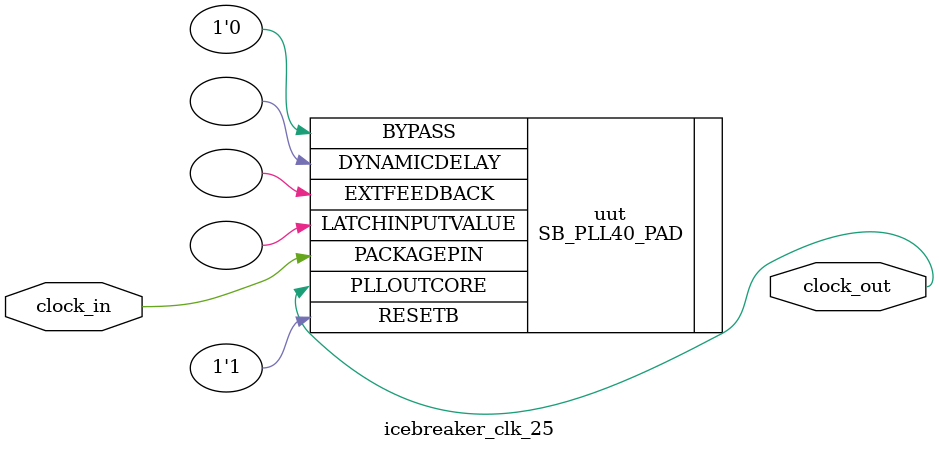
<source format=v>
module icebreaker_clk_25(     
  input  clock_in,
  output clock_out
);

  SB_PLL40_PAD #(.FEEDBACK_PATH("SIMPLE"),
                  .PLLOUT_SELECT("GENCLK"),
                  .DIVR(4'b0000),
                  .DIVF(7'b1000010),
                  .DIVQ(3'b101),
                  .FILTER_RANGE(3'b001),
                  .DELAY_ADJUSTMENT_MODE_FEEDBACK("FIXED"),
                  .FDA_FEEDBACK(4'b0000),
                  .DELAY_ADJUSTMENT_MODE_RELATIVE("FIXED"),
                  .FDA_RELATIVE(4'b0000),
                  .SHIFTREG_DIV_MODE(2'b00),
                  .ENABLE_ICEGATE(1'b0)
                 ) uut (
                         .PACKAGEPIN(clock_in),
                         .PLLOUTCORE(clock_out),
                         .EXTFEEDBACK(),
                         .DYNAMICDELAY(),
                         .LATCHINPUTVALUE(),
                         .RESETB(1'b1),
                         .BYPASS(1'b0)
                        );

endmodule

</source>
